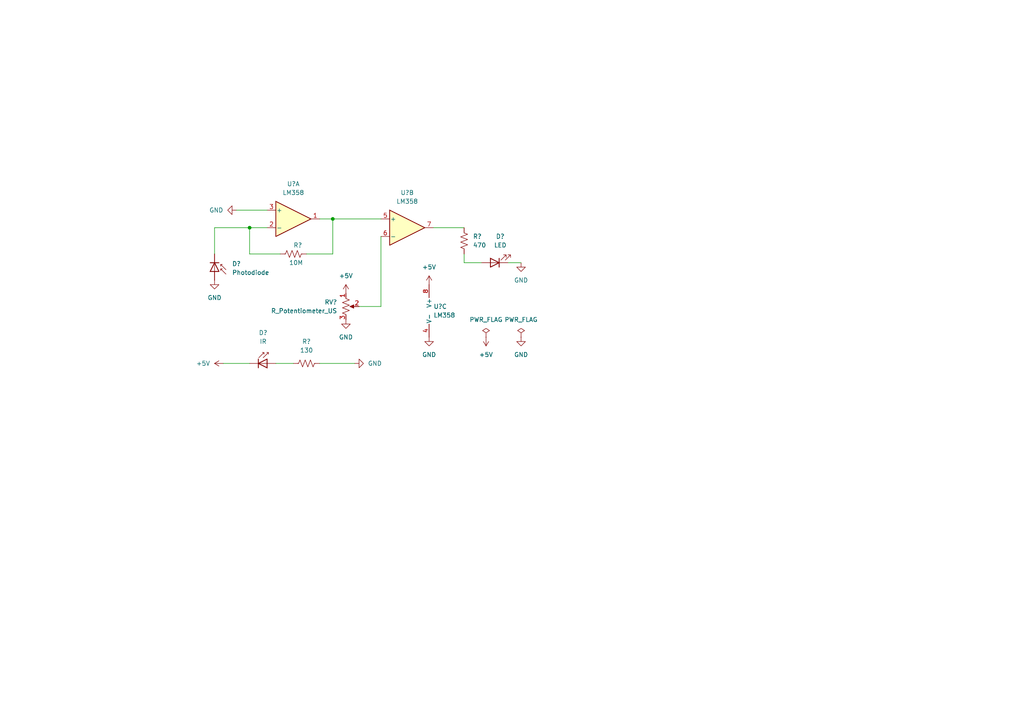
<source format=kicad_sch>
(kicad_sch (version 20211123) (generator eeschema)

  (uuid 0201d639-4bb0-47e5-b808-c2248fa2d4af)

  (paper "A4")

  (lib_symbols
    (symbol "Amplifier_Operational:LM358" (pin_names (offset 0.127)) (in_bom yes) (on_board yes)
      (property "Reference" "U" (id 0) (at 0 5.08 0)
        (effects (font (size 1.27 1.27)) (justify left))
      )
      (property "Value" "LM358" (id 1) (at 0 -5.08 0)
        (effects (font (size 1.27 1.27)) (justify left))
      )
      (property "Footprint" "" (id 2) (at 0 0 0)
        (effects (font (size 1.27 1.27)) hide)
      )
      (property "Datasheet" "http://www.ti.com/lit/ds/symlink/lm2904-n.pdf" (id 3) (at 0 0 0)
        (effects (font (size 1.27 1.27)) hide)
      )
      (property "ki_locked" "" (id 4) (at 0 0 0)
        (effects (font (size 1.27 1.27)))
      )
      (property "ki_keywords" "dual opamp" (id 5) (at 0 0 0)
        (effects (font (size 1.27 1.27)) hide)
      )
      (property "ki_description" "Low-Power, Dual Operational Amplifiers, DIP-8/SOIC-8/TO-99-8" (id 6) (at 0 0 0)
        (effects (font (size 1.27 1.27)) hide)
      )
      (property "ki_fp_filters" "SOIC*3.9x4.9mm*P1.27mm* DIP*W7.62mm* TO*99* OnSemi*Micro8* TSSOP*3x3mm*P0.65mm* TSSOP*4.4x3mm*P0.65mm* MSOP*3x3mm*P0.65mm* SSOP*3.9x4.9mm*P0.635mm* LFCSP*2x2mm*P0.5mm* *SIP* SOIC*5.3x6.2mm*P1.27mm*" (id 7) (at 0 0 0)
        (effects (font (size 1.27 1.27)) hide)
      )
      (symbol "LM358_1_1"
        (polyline
          (pts
            (xy -5.08 5.08)
            (xy 5.08 0)
            (xy -5.08 -5.08)
            (xy -5.08 5.08)
          )
          (stroke (width 0.254) (type default) (color 0 0 0 0))
          (fill (type background))
        )
        (pin output line (at 7.62 0 180) (length 2.54)
          (name "~" (effects (font (size 1.27 1.27))))
          (number "1" (effects (font (size 1.27 1.27))))
        )
        (pin input line (at -7.62 -2.54 0) (length 2.54)
          (name "-" (effects (font (size 1.27 1.27))))
          (number "2" (effects (font (size 1.27 1.27))))
        )
        (pin input line (at -7.62 2.54 0) (length 2.54)
          (name "+" (effects (font (size 1.27 1.27))))
          (number "3" (effects (font (size 1.27 1.27))))
        )
      )
      (symbol "LM358_2_1"
        (polyline
          (pts
            (xy -5.08 5.08)
            (xy 5.08 0)
            (xy -5.08 -5.08)
            (xy -5.08 5.08)
          )
          (stroke (width 0.254) (type default) (color 0 0 0 0))
          (fill (type background))
        )
        (pin input line (at -7.62 2.54 0) (length 2.54)
          (name "+" (effects (font (size 1.27 1.27))))
          (number "5" (effects (font (size 1.27 1.27))))
        )
        (pin input line (at -7.62 -2.54 0) (length 2.54)
          (name "-" (effects (font (size 1.27 1.27))))
          (number "6" (effects (font (size 1.27 1.27))))
        )
        (pin output line (at 7.62 0 180) (length 2.54)
          (name "~" (effects (font (size 1.27 1.27))))
          (number "7" (effects (font (size 1.27 1.27))))
        )
      )
      (symbol "LM358_3_1"
        (pin power_in line (at -2.54 -7.62 90) (length 3.81)
          (name "V-" (effects (font (size 1.27 1.27))))
          (number "4" (effects (font (size 1.27 1.27))))
        )
        (pin power_in line (at -2.54 7.62 270) (length 3.81)
          (name "V+" (effects (font (size 1.27 1.27))))
          (number "8" (effects (font (size 1.27 1.27))))
        )
      )
    )
    (symbol "Device:D_Photo" (pin_numbers hide) (pin_names hide) (in_bom yes) (on_board yes)
      (property "Reference" "D" (id 0) (at 0.508 1.778 0)
        (effects (font (size 1.27 1.27)) (justify left))
      )
      (property "Value" "D_Photo" (id 1) (at -1.016 -2.794 0)
        (effects (font (size 1.27 1.27)))
      )
      (property "Footprint" "" (id 2) (at -1.27 0 0)
        (effects (font (size 1.27 1.27)) hide)
      )
      (property "Datasheet" "~" (id 3) (at -1.27 0 0)
        (effects (font (size 1.27 1.27)) hide)
      )
      (property "ki_keywords" "photodiode diode opto" (id 4) (at 0 0 0)
        (effects (font (size 1.27 1.27)) hide)
      )
      (property "ki_description" "Photodiode" (id 5) (at 0 0 0)
        (effects (font (size 1.27 1.27)) hide)
      )
      (symbol "D_Photo_0_1"
        (polyline
          (pts
            (xy -2.54 1.27)
            (xy -2.54 -1.27)
          )
          (stroke (width 0.254) (type default) (color 0 0 0 0))
          (fill (type none))
        )
        (polyline
          (pts
            (xy -2.032 1.778)
            (xy -1.524 1.778)
          )
          (stroke (width 0) (type default) (color 0 0 0 0))
          (fill (type none))
        )
        (polyline
          (pts
            (xy 0 0)
            (xy -2.54 0)
          )
          (stroke (width 0) (type default) (color 0 0 0 0))
          (fill (type none))
        )
        (polyline
          (pts
            (xy -0.508 3.302)
            (xy -2.032 1.778)
            (xy -2.032 2.286)
          )
          (stroke (width 0) (type default) (color 0 0 0 0))
          (fill (type none))
        )
        (polyline
          (pts
            (xy 0 -1.27)
            (xy 0 1.27)
            (xy -2.54 0)
            (xy 0 -1.27)
          )
          (stroke (width 0.254) (type default) (color 0 0 0 0))
          (fill (type none))
        )
        (polyline
          (pts
            (xy 0.762 3.302)
            (xy -0.762 1.778)
            (xy -0.762 2.286)
            (xy -0.762 1.778)
            (xy -0.254 1.778)
          )
          (stroke (width 0) (type default) (color 0 0 0 0))
          (fill (type none))
        )
      )
      (symbol "D_Photo_1_1"
        (pin passive line (at -5.08 0 0) (length 2.54)
          (name "K" (effects (font (size 1.27 1.27))))
          (number "1" (effects (font (size 1.27 1.27))))
        )
        (pin passive line (at 2.54 0 180) (length 2.54)
          (name "A" (effects (font (size 1.27 1.27))))
          (number "2" (effects (font (size 1.27 1.27))))
        )
      )
    )
    (symbol "Device:LED" (pin_numbers hide) (pin_names (offset 1.016) hide) (in_bom yes) (on_board yes)
      (property "Reference" "D" (id 0) (at 0 2.54 0)
        (effects (font (size 1.27 1.27)))
      )
      (property "Value" "LED" (id 1) (at 0 -2.54 0)
        (effects (font (size 1.27 1.27)))
      )
      (property "Footprint" "" (id 2) (at 0 0 0)
        (effects (font (size 1.27 1.27)) hide)
      )
      (property "Datasheet" "~" (id 3) (at 0 0 0)
        (effects (font (size 1.27 1.27)) hide)
      )
      (property "ki_keywords" "LED diode" (id 4) (at 0 0 0)
        (effects (font (size 1.27 1.27)) hide)
      )
      (property "ki_description" "Light emitting diode" (id 5) (at 0 0 0)
        (effects (font (size 1.27 1.27)) hide)
      )
      (property "ki_fp_filters" "LED* LED_SMD:* LED_THT:*" (id 6) (at 0 0 0)
        (effects (font (size 1.27 1.27)) hide)
      )
      (symbol "LED_0_1"
        (polyline
          (pts
            (xy -1.27 -1.27)
            (xy -1.27 1.27)
          )
          (stroke (width 0.254) (type default) (color 0 0 0 0))
          (fill (type none))
        )
        (polyline
          (pts
            (xy -1.27 0)
            (xy 1.27 0)
          )
          (stroke (width 0) (type default) (color 0 0 0 0))
          (fill (type none))
        )
        (polyline
          (pts
            (xy 1.27 -1.27)
            (xy 1.27 1.27)
            (xy -1.27 0)
            (xy 1.27 -1.27)
          )
          (stroke (width 0.254) (type default) (color 0 0 0 0))
          (fill (type none))
        )
        (polyline
          (pts
            (xy -3.048 -0.762)
            (xy -4.572 -2.286)
            (xy -3.81 -2.286)
            (xy -4.572 -2.286)
            (xy -4.572 -1.524)
          )
          (stroke (width 0) (type default) (color 0 0 0 0))
          (fill (type none))
        )
        (polyline
          (pts
            (xy -1.778 -0.762)
            (xy -3.302 -2.286)
            (xy -2.54 -2.286)
            (xy -3.302 -2.286)
            (xy -3.302 -1.524)
          )
          (stroke (width 0) (type default) (color 0 0 0 0))
          (fill (type none))
        )
      )
      (symbol "LED_1_1"
        (pin passive line (at -3.81 0 0) (length 2.54)
          (name "K" (effects (font (size 1.27 1.27))))
          (number "1" (effects (font (size 1.27 1.27))))
        )
        (pin passive line (at 3.81 0 180) (length 2.54)
          (name "A" (effects (font (size 1.27 1.27))))
          (number "2" (effects (font (size 1.27 1.27))))
        )
      )
    )
    (symbol "Device:R_Potentiometer_US" (pin_names (offset 1.016) hide) (in_bom yes) (on_board yes)
      (property "Reference" "RV" (id 0) (at -4.445 0 90)
        (effects (font (size 1.27 1.27)))
      )
      (property "Value" "R_Potentiometer_US" (id 1) (at -2.54 0 90)
        (effects (font (size 1.27 1.27)))
      )
      (property "Footprint" "" (id 2) (at 0 0 0)
        (effects (font (size 1.27 1.27)) hide)
      )
      (property "Datasheet" "~" (id 3) (at 0 0 0)
        (effects (font (size 1.27 1.27)) hide)
      )
      (property "ki_keywords" "resistor variable" (id 4) (at 0 0 0)
        (effects (font (size 1.27 1.27)) hide)
      )
      (property "ki_description" "Potentiometer, US symbol" (id 5) (at 0 0 0)
        (effects (font (size 1.27 1.27)) hide)
      )
      (property "ki_fp_filters" "Potentiometer*" (id 6) (at 0 0 0)
        (effects (font (size 1.27 1.27)) hide)
      )
      (symbol "R_Potentiometer_US_0_1"
        (polyline
          (pts
            (xy 0 -2.286)
            (xy 0 -2.54)
          )
          (stroke (width 0) (type default) (color 0 0 0 0))
          (fill (type none))
        )
        (polyline
          (pts
            (xy 0 2.54)
            (xy 0 2.286)
          )
          (stroke (width 0) (type default) (color 0 0 0 0))
          (fill (type none))
        )
        (polyline
          (pts
            (xy 2.54 0)
            (xy 1.524 0)
          )
          (stroke (width 0) (type default) (color 0 0 0 0))
          (fill (type none))
        )
        (polyline
          (pts
            (xy 1.143 0)
            (xy 2.286 0.508)
            (xy 2.286 -0.508)
            (xy 1.143 0)
          )
          (stroke (width 0) (type default) (color 0 0 0 0))
          (fill (type outline))
        )
        (polyline
          (pts
            (xy 0 -0.762)
            (xy 1.016 -1.143)
            (xy 0 -1.524)
            (xy -1.016 -1.905)
            (xy 0 -2.286)
          )
          (stroke (width 0) (type default) (color 0 0 0 0))
          (fill (type none))
        )
        (polyline
          (pts
            (xy 0 0.762)
            (xy 1.016 0.381)
            (xy 0 0)
            (xy -1.016 -0.381)
            (xy 0 -0.762)
          )
          (stroke (width 0) (type default) (color 0 0 0 0))
          (fill (type none))
        )
        (polyline
          (pts
            (xy 0 2.286)
            (xy 1.016 1.905)
            (xy 0 1.524)
            (xy -1.016 1.143)
            (xy 0 0.762)
          )
          (stroke (width 0) (type default) (color 0 0 0 0))
          (fill (type none))
        )
      )
      (symbol "R_Potentiometer_US_1_1"
        (pin passive line (at 0 3.81 270) (length 1.27)
          (name "1" (effects (font (size 1.27 1.27))))
          (number "1" (effects (font (size 1.27 1.27))))
        )
        (pin passive line (at 3.81 0 180) (length 1.27)
          (name "2" (effects (font (size 1.27 1.27))))
          (number "2" (effects (font (size 1.27 1.27))))
        )
        (pin passive line (at 0 -3.81 90) (length 1.27)
          (name "3" (effects (font (size 1.27 1.27))))
          (number "3" (effects (font (size 1.27 1.27))))
        )
      )
    )
    (symbol "Device:R_US" (pin_numbers hide) (pin_names (offset 0)) (in_bom yes) (on_board yes)
      (property "Reference" "R" (id 0) (at 2.54 0 90)
        (effects (font (size 1.27 1.27)))
      )
      (property "Value" "R_US" (id 1) (at -2.54 0 90)
        (effects (font (size 1.27 1.27)))
      )
      (property "Footprint" "" (id 2) (at 1.016 -0.254 90)
        (effects (font (size 1.27 1.27)) hide)
      )
      (property "Datasheet" "~" (id 3) (at 0 0 0)
        (effects (font (size 1.27 1.27)) hide)
      )
      (property "ki_keywords" "R res resistor" (id 4) (at 0 0 0)
        (effects (font (size 1.27 1.27)) hide)
      )
      (property "ki_description" "Resistor, US symbol" (id 5) (at 0 0 0)
        (effects (font (size 1.27 1.27)) hide)
      )
      (property "ki_fp_filters" "R_*" (id 6) (at 0 0 0)
        (effects (font (size 1.27 1.27)) hide)
      )
      (symbol "R_US_0_1"
        (polyline
          (pts
            (xy 0 -2.286)
            (xy 0 -2.54)
          )
          (stroke (width 0) (type default) (color 0 0 0 0))
          (fill (type none))
        )
        (polyline
          (pts
            (xy 0 2.286)
            (xy 0 2.54)
          )
          (stroke (width 0) (type default) (color 0 0 0 0))
          (fill (type none))
        )
        (polyline
          (pts
            (xy 0 -0.762)
            (xy 1.016 -1.143)
            (xy 0 -1.524)
            (xy -1.016 -1.905)
            (xy 0 -2.286)
          )
          (stroke (width 0) (type default) (color 0 0 0 0))
          (fill (type none))
        )
        (polyline
          (pts
            (xy 0 0.762)
            (xy 1.016 0.381)
            (xy 0 0)
            (xy -1.016 -0.381)
            (xy 0 -0.762)
          )
          (stroke (width 0) (type default) (color 0 0 0 0))
          (fill (type none))
        )
        (polyline
          (pts
            (xy 0 2.286)
            (xy 1.016 1.905)
            (xy 0 1.524)
            (xy -1.016 1.143)
            (xy 0 0.762)
          )
          (stroke (width 0) (type default) (color 0 0 0 0))
          (fill (type none))
        )
      )
      (symbol "R_US_1_1"
        (pin passive line (at 0 3.81 270) (length 1.27)
          (name "~" (effects (font (size 1.27 1.27))))
          (number "1" (effects (font (size 1.27 1.27))))
        )
        (pin passive line (at 0 -3.81 90) (length 1.27)
          (name "~" (effects (font (size 1.27 1.27))))
          (number "2" (effects (font (size 1.27 1.27))))
        )
      )
    )
    (symbol "LED:IRL81A" (pin_numbers hide) (pin_names (offset 1.016) hide) (in_bom yes) (on_board yes)
      (property "Reference" "D" (id 0) (at 0.508 1.778 0)
        (effects (font (size 1.27 1.27)) (justify left))
      )
      (property "Value" "IRL81A" (id 1) (at -1.016 -2.794 0)
        (effects (font (size 1.27 1.27)))
      )
      (property "Footprint" "LED_THT:LED_SideEmitter_Rectangular_W4.5mm_H1.6mm" (id 2) (at 0 4.445 0)
        (effects (font (size 1.27 1.27)) hide)
      )
      (property "Datasheet" "http://www.osram-os.com/Graphics/XPic0/00203825_0.pdf" (id 3) (at -1.27 0 0)
        (effects (font (size 1.27 1.27)) hide)
      )
      (property "ki_keywords" "IR LED" (id 4) (at 0 0 0)
        (effects (font (size 1.27 1.27)) hide)
      )
      (property "ki_description" "850nm High Power Infrared Emitter, Side-Emitter package" (id 5) (at 0 0 0)
        (effects (font (size 1.27 1.27)) hide)
      )
      (property "ki_fp_filters" "LED*SideEmitter*Rectangular*W4.5mm*H1.6mm*" (id 6) (at 0 0 0)
        (effects (font (size 1.27 1.27)) hide)
      )
      (symbol "IRL81A_0_1"
        (polyline
          (pts
            (xy -2.54 0)
            (xy 0 0)
          )
          (stroke (width 0) (type default) (color 0 0 0 0))
          (fill (type none))
        )
        (polyline
          (pts
            (xy -2.54 1.27)
            (xy -2.54 -1.27)
          )
          (stroke (width 0.254) (type default) (color 0 0 0 0))
          (fill (type none))
        )
        (polyline
          (pts
            (xy 0.381 3.175)
            (xy -0.127 3.175)
          )
          (stroke (width 0) (type default) (color 0 0 0 0))
          (fill (type none))
        )
        (polyline
          (pts
            (xy -1.143 1.651)
            (xy 0.381 3.175)
            (xy 0.381 2.667)
          )
          (stroke (width 0) (type default) (color 0 0 0 0))
          (fill (type none))
        )
        (polyline
          (pts
            (xy 0 -1.27)
            (xy 0 1.27)
            (xy -2.54 0)
            (xy 0 -1.27)
          )
          (stroke (width 0.254) (type default) (color 0 0 0 0))
          (fill (type none))
        )
        (polyline
          (pts
            (xy -2.413 1.651)
            (xy -0.889 3.175)
            (xy -0.889 2.667)
            (xy -0.889 3.175)
            (xy -1.397 3.175)
          )
          (stroke (width 0) (type default) (color 0 0 0 0))
          (fill (type none))
        )
      )
      (symbol "IRL81A_1_1"
        (pin passive line (at -5.08 0 0) (length 2.54)
          (name "K" (effects (font (size 1.27 1.27))))
          (number "1" (effects (font (size 1.27 1.27))))
        )
        (pin passive line (at 2.54 0 180) (length 2.54)
          (name "A" (effects (font (size 1.27 1.27))))
          (number "2" (effects (font (size 1.27 1.27))))
        )
      )
    )
    (symbol "power:+5V" (power) (pin_names (offset 0)) (in_bom yes) (on_board yes)
      (property "Reference" "#PWR" (id 0) (at 0 -3.81 0)
        (effects (font (size 1.27 1.27)) hide)
      )
      (property "Value" "+5V" (id 1) (at 0 3.556 0)
        (effects (font (size 1.27 1.27)))
      )
      (property "Footprint" "" (id 2) (at 0 0 0)
        (effects (font (size 1.27 1.27)) hide)
      )
      (property "Datasheet" "" (id 3) (at 0 0 0)
        (effects (font (size 1.27 1.27)) hide)
      )
      (property "ki_keywords" "power-flag" (id 4) (at 0 0 0)
        (effects (font (size 1.27 1.27)) hide)
      )
      (property "ki_description" "Power symbol creates a global label with name \"+5V\"" (id 5) (at 0 0 0)
        (effects (font (size 1.27 1.27)) hide)
      )
      (symbol "+5V_0_1"
        (polyline
          (pts
            (xy -0.762 1.27)
            (xy 0 2.54)
          )
          (stroke (width 0) (type default) (color 0 0 0 0))
          (fill (type none))
        )
        (polyline
          (pts
            (xy 0 0)
            (xy 0 2.54)
          )
          (stroke (width 0) (type default) (color 0 0 0 0))
          (fill (type none))
        )
        (polyline
          (pts
            (xy 0 2.54)
            (xy 0.762 1.27)
          )
          (stroke (width 0) (type default) (color 0 0 0 0))
          (fill (type none))
        )
      )
      (symbol "+5V_1_1"
        (pin power_in line (at 0 0 90) (length 0) hide
          (name "+5V" (effects (font (size 1.27 1.27))))
          (number "1" (effects (font (size 1.27 1.27))))
        )
      )
    )
    (symbol "power:GND" (power) (pin_names (offset 0)) (in_bom yes) (on_board yes)
      (property "Reference" "#PWR" (id 0) (at 0 -6.35 0)
        (effects (font (size 1.27 1.27)) hide)
      )
      (property "Value" "GND" (id 1) (at 0 -3.81 0)
        (effects (font (size 1.27 1.27)))
      )
      (property "Footprint" "" (id 2) (at 0 0 0)
        (effects (font (size 1.27 1.27)) hide)
      )
      (property "Datasheet" "" (id 3) (at 0 0 0)
        (effects (font (size 1.27 1.27)) hide)
      )
      (property "ki_keywords" "power-flag" (id 4) (at 0 0 0)
        (effects (font (size 1.27 1.27)) hide)
      )
      (property "ki_description" "Power symbol creates a global label with name \"GND\" , ground" (id 5) (at 0 0 0)
        (effects (font (size 1.27 1.27)) hide)
      )
      (symbol "GND_0_1"
        (polyline
          (pts
            (xy 0 0)
            (xy 0 -1.27)
            (xy 1.27 -1.27)
            (xy 0 -2.54)
            (xy -1.27 -1.27)
            (xy 0 -1.27)
          )
          (stroke (width 0) (type default) (color 0 0 0 0))
          (fill (type none))
        )
      )
      (symbol "GND_1_1"
        (pin power_in line (at 0 0 270) (length 0) hide
          (name "GND" (effects (font (size 1.27 1.27))))
          (number "1" (effects (font (size 1.27 1.27))))
        )
      )
    )
    (symbol "power:PWR_FLAG" (power) (pin_numbers hide) (pin_names (offset 0) hide) (in_bom yes) (on_board yes)
      (property "Reference" "#FLG" (id 0) (at 0 1.905 0)
        (effects (font (size 1.27 1.27)) hide)
      )
      (property "Value" "PWR_FLAG" (id 1) (at 0 3.81 0)
        (effects (font (size 1.27 1.27)))
      )
      (property "Footprint" "" (id 2) (at 0 0 0)
        (effects (font (size 1.27 1.27)) hide)
      )
      (property "Datasheet" "~" (id 3) (at 0 0 0)
        (effects (font (size 1.27 1.27)) hide)
      )
      (property "ki_keywords" "power-flag" (id 4) (at 0 0 0)
        (effects (font (size 1.27 1.27)) hide)
      )
      (property "ki_description" "Special symbol for telling ERC where power comes from" (id 5) (at 0 0 0)
        (effects (font (size 1.27 1.27)) hide)
      )
      (symbol "PWR_FLAG_0_0"
        (pin power_out line (at 0 0 90) (length 0)
          (name "pwr" (effects (font (size 1.27 1.27))))
          (number "1" (effects (font (size 1.27 1.27))))
        )
      )
      (symbol "PWR_FLAG_0_1"
        (polyline
          (pts
            (xy 0 0)
            (xy 0 1.27)
            (xy -1.016 1.905)
            (xy 0 2.54)
            (xy 1.016 1.905)
            (xy 0 1.27)
          )
          (stroke (width 0) (type default) (color 0 0 0 0))
          (fill (type none))
        )
      )
    )
  )

  (junction (at 96.52 63.5) (diameter 0) (color 0 0 0 0)
    (uuid 1331fded-21a1-4b66-827d-2977337a9789)
  )
  (junction (at 72.39 66.04) (diameter 0) (color 0 0 0 0)
    (uuid f6e295c1-c9a0-47cb-bb55-d7aacc69bc0f)
  )

  (wire (pts (xy 125.73 66.04) (xy 134.62 66.04))
    (stroke (width 0) (type default) (color 0 0 0 0))
    (uuid 05ddb030-6003-4ea4-9a60-36b4316ac7e1)
  )
  (wire (pts (xy 62.23 66.04) (xy 62.23 73.66))
    (stroke (width 0) (type default) (color 0 0 0 0))
    (uuid 2f7e2b31-0b2d-49df-b076-ffb01fa245ec)
  )
  (wire (pts (xy 72.39 66.04) (xy 62.23 66.04))
    (stroke (width 0) (type default) (color 0 0 0 0))
    (uuid 5b95d199-29c2-46a5-98f4-788dfcc4640d)
  )
  (wire (pts (xy 80.01 105.41) (xy 85.09 105.41))
    (stroke (width 0) (type default) (color 0 0 0 0))
    (uuid 68561876-eb50-4693-a142-e38771cb6636)
  )
  (wire (pts (xy 110.49 68.58) (xy 110.49 88.9))
    (stroke (width 0) (type default) (color 0 0 0 0))
    (uuid 78aea969-34cf-4b95-8a80-f490fc864917)
  )
  (wire (pts (xy 96.52 73.66) (xy 96.52 63.5))
    (stroke (width 0) (type default) (color 0 0 0 0))
    (uuid 78b294a9-c6b1-4523-bdf0-e36f47a07748)
  )
  (wire (pts (xy 77.47 66.04) (xy 72.39 66.04))
    (stroke (width 0) (type default) (color 0 0 0 0))
    (uuid 7e11b56f-69fd-40a2-9b29-ff1103a0ef59)
  )
  (wire (pts (xy 72.39 73.66) (xy 81.28 73.66))
    (stroke (width 0) (type default) (color 0 0 0 0))
    (uuid 87b64d19-3af1-4487-93c2-5e7db10df0c1)
  )
  (wire (pts (xy 104.14 88.9) (xy 110.49 88.9))
    (stroke (width 0) (type default) (color 0 0 0 0))
    (uuid 89bf132e-01c4-4df0-84a8-15d32ec028ca)
  )
  (wire (pts (xy 134.62 76.2) (xy 139.7 76.2))
    (stroke (width 0) (type default) (color 0 0 0 0))
    (uuid 8dcc4d3b-4e0f-4846-9907-fa90612fa7d5)
  )
  (wire (pts (xy 72.39 66.04) (xy 72.39 73.66))
    (stroke (width 0) (type default) (color 0 0 0 0))
    (uuid a1e2e5e2-def3-428d-bdfa-6624cfbc261e)
  )
  (wire (pts (xy 88.9 73.66) (xy 96.52 73.66))
    (stroke (width 0) (type default) (color 0 0 0 0))
    (uuid bb11f8d8-e021-451c-8c18-ebd41995e53b)
  )
  (wire (pts (xy 92.71 105.41) (xy 102.87 105.41))
    (stroke (width 0) (type default) (color 0 0 0 0))
    (uuid c851fcef-be8a-4a70-b1f8-9462063d37b7)
  )
  (wire (pts (xy 96.52 63.5) (xy 110.49 63.5))
    (stroke (width 0) (type default) (color 0 0 0 0))
    (uuid caddc389-0337-4a6b-94ea-d0d0a6ef1e98)
  )
  (wire (pts (xy 147.32 76.2) (xy 151.13 76.2))
    (stroke (width 0) (type default) (color 0 0 0 0))
    (uuid db1b6f3f-fee4-403d-89bf-efe8b370a3a6)
  )
  (wire (pts (xy 134.62 73.66) (xy 134.62 76.2))
    (stroke (width 0) (type default) (color 0 0 0 0))
    (uuid e118125d-c972-44fb-867d-053f3363913c)
  )
  (wire (pts (xy 92.71 63.5) (xy 96.52 63.5))
    (stroke (width 0) (type default) (color 0 0 0 0))
    (uuid e8f1c1ce-6585-4e13-8c89-9d446384a5b7)
  )
  (wire (pts (xy 68.58 60.96) (xy 77.47 60.96))
    (stroke (width 0) (type default) (color 0 0 0 0))
    (uuid f1cd21ca-750f-44cb-b5f0-c6e31ad30650)
  )
  (wire (pts (xy 64.77 105.41) (xy 72.39 105.41))
    (stroke (width 0) (type default) (color 0 0 0 0))
    (uuid f2f6d125-9f3c-4688-bdc2-be089b7d9189)
  )

  (symbol (lib_id "Device:LED") (at 143.51 76.2 180) (unit 1)
    (in_bom yes) (on_board yes) (fields_autoplaced)
    (uuid 01b33d76-7cfc-4c0a-83ea-0d58c4f18b5e)
    (property "Reference" "D?" (id 0) (at 145.0975 68.58 0))
    (property "Value" "LED" (id 1) (at 145.0975 71.12 0))
    (property "Footprint" "" (id 2) (at 143.51 76.2 0)
      (effects (font (size 1.27 1.27)) hide)
    )
    (property "Datasheet" "~" (id 3) (at 143.51 76.2 0)
      (effects (font (size 1.27 1.27)) hide)
    )
    (pin "1" (uuid 27b5b43a-fbb4-4aec-b21b-1f3a04a95e74))
    (pin "2" (uuid 209ab268-ad96-4f4e-aa2c-f238d455af65))
  )

  (symbol (lib_id "power:GND") (at 68.58 60.96 270) (unit 1)
    (in_bom yes) (on_board yes) (fields_autoplaced)
    (uuid 16d0f325-9e41-4645-a5e2-0848f32d1280)
    (property "Reference" "#PWR?" (id 0) (at 62.23 60.96 0)
      (effects (font (size 1.27 1.27)) hide)
    )
    (property "Value" "GND" (id 1) (at 64.77 60.9599 90)
      (effects (font (size 1.27 1.27)) (justify right))
    )
    (property "Footprint" "" (id 2) (at 68.58 60.96 0)
      (effects (font (size 1.27 1.27)) hide)
    )
    (property "Datasheet" "" (id 3) (at 68.58 60.96 0)
      (effects (font (size 1.27 1.27)) hide)
    )
    (pin "1" (uuid b409cef7-5711-47e8-aef1-af3d9c4ca4a2))
  )

  (symbol (lib_id "power:+5V") (at 124.46 82.55 0) (unit 1)
    (in_bom yes) (on_board yes) (fields_autoplaced)
    (uuid 1b248643-fbb0-4d3c-a6cb-4bbafd892fc7)
    (property "Reference" "#PWR?" (id 0) (at 124.46 86.36 0)
      (effects (font (size 1.27 1.27)) hide)
    )
    (property "Value" "+5V" (id 1) (at 124.46 77.47 0))
    (property "Footprint" "" (id 2) (at 124.46 82.55 0)
      (effects (font (size 1.27 1.27)) hide)
    )
    (property "Datasheet" "" (id 3) (at 124.46 82.55 0)
      (effects (font (size 1.27 1.27)) hide)
    )
    (pin "1" (uuid 84ab11d7-1a38-46b1-8d6f-4b2327f088d4))
  )

  (symbol (lib_id "power:GND") (at 102.87 105.41 90) (unit 1)
    (in_bom yes) (on_board yes) (fields_autoplaced)
    (uuid 33707527-6e91-4da5-a9ff-5b4e77746caa)
    (property "Reference" "#PWR?" (id 0) (at 109.22 105.41 0)
      (effects (font (size 1.27 1.27)) hide)
    )
    (property "Value" "GND" (id 1) (at 106.68 105.4099 90)
      (effects (font (size 1.27 1.27)) (justify right))
    )
    (property "Footprint" "" (id 2) (at 102.87 105.41 0)
      (effects (font (size 1.27 1.27)) hide)
    )
    (property "Datasheet" "" (id 3) (at 102.87 105.41 0)
      (effects (font (size 1.27 1.27)) hide)
    )
    (pin "1" (uuid db1d9fab-79e6-4963-a291-67247d2a9b43))
  )

  (symbol (lib_id "power:GND") (at 151.13 76.2 0) (unit 1)
    (in_bom yes) (on_board yes) (fields_autoplaced)
    (uuid 3743bb3c-7e2b-418b-bd73-0e0cf13f733f)
    (property "Reference" "#PWR?" (id 0) (at 151.13 82.55 0)
      (effects (font (size 1.27 1.27)) hide)
    )
    (property "Value" "GND" (id 1) (at 151.13 81.28 0))
    (property "Footprint" "" (id 2) (at 151.13 76.2 0)
      (effects (font (size 1.27 1.27)) hide)
    )
    (property "Datasheet" "" (id 3) (at 151.13 76.2 0)
      (effects (font (size 1.27 1.27)) hide)
    )
    (pin "1" (uuid 9c257a8a-ba2f-4cbe-a5b7-40175d2e244d))
  )

  (symbol (lib_id "power:GND") (at 62.23 81.28 0) (unit 1)
    (in_bom yes) (on_board yes) (fields_autoplaced)
    (uuid 48661bb3-c9c0-47f6-8d46-81767fc3950c)
    (property "Reference" "#PWR?" (id 0) (at 62.23 87.63 0)
      (effects (font (size 1.27 1.27)) hide)
    )
    (property "Value" "GND" (id 1) (at 62.23 86.36 0))
    (property "Footprint" "" (id 2) (at 62.23 81.28 0)
      (effects (font (size 1.27 1.27)) hide)
    )
    (property "Datasheet" "" (id 3) (at 62.23 81.28 0)
      (effects (font (size 1.27 1.27)) hide)
    )
    (pin "1" (uuid 2ccbace3-72b7-48f5-a6af-3f2ac230b61f))
  )

  (symbol (lib_id "power:PWR_FLAG") (at 151.13 97.79 0) (unit 1)
    (in_bom yes) (on_board yes) (fields_autoplaced)
    (uuid 56cc94a8-4cd5-4cc1-8365-463dd0fd908f)
    (property "Reference" "#FLG?" (id 0) (at 151.13 95.885 0)
      (effects (font (size 1.27 1.27)) hide)
    )
    (property "Value" "PWR_FLAG" (id 1) (at 151.13 92.71 0))
    (property "Footprint" "" (id 2) (at 151.13 97.79 0)
      (effects (font (size 1.27 1.27)) hide)
    )
    (property "Datasheet" "~" (id 3) (at 151.13 97.79 0)
      (effects (font (size 1.27 1.27)) hide)
    )
    (pin "1" (uuid 445143a0-5bae-4e61-a246-38ec3c1dd49b))
  )

  (symbol (lib_id "power:GND") (at 100.33 92.71 0) (unit 1)
    (in_bom yes) (on_board yes) (fields_autoplaced)
    (uuid 5fb9294e-de2b-446d-b751-97f3ca3e6196)
    (property "Reference" "#PWR?" (id 0) (at 100.33 99.06 0)
      (effects (font (size 1.27 1.27)) hide)
    )
    (property "Value" "GND" (id 1) (at 100.33 97.79 0))
    (property "Footprint" "" (id 2) (at 100.33 92.71 0)
      (effects (font (size 1.27 1.27)) hide)
    )
    (property "Datasheet" "" (id 3) (at 100.33 92.71 0)
      (effects (font (size 1.27 1.27)) hide)
    )
    (pin "1" (uuid 78c28832-2df6-40d4-a4d5-0cd9b0d39ffc))
  )

  (symbol (lib_id "Amplifier_Operational:LM358") (at 127 90.17 0) (unit 3)
    (in_bom yes) (on_board yes) (fields_autoplaced)
    (uuid 6153ed75-16ca-48c2-aa35-df37590f59c4)
    (property "Reference" "U?" (id 0) (at 125.73 88.8999 0)
      (effects (font (size 1.27 1.27)) (justify left))
    )
    (property "Value" "LM358" (id 1) (at 125.73 91.4399 0)
      (effects (font (size 1.27 1.27)) (justify left))
    )
    (property "Footprint" "" (id 2) (at 127 90.17 0)
      (effects (font (size 1.27 1.27)) hide)
    )
    (property "Datasheet" "http://www.ti.com/lit/ds/symlink/lm2904-n.pdf" (id 3) (at 127 90.17 0)
      (effects (font (size 1.27 1.27)) hide)
    )
    (pin "1" (uuid 8cc0a648-72c5-4c24-b82f-58be11985bf9))
    (pin "2" (uuid 137f443f-c83e-4aea-a2f4-120caa296264))
    (pin "3" (uuid 4433c079-5355-4fb7-bbe2-d0a61b97645a))
    (pin "5" (uuid 04edc17a-3a74-49d7-9657-f9f9581dc2a1))
    (pin "6" (uuid 60b6ecbb-4967-4cc1-a39d-4d642c931310))
    (pin "7" (uuid 8140089b-b104-41a9-a22a-2e07ca16334c))
    (pin "4" (uuid 550f5a3d-f8e1-442d-86af-56aa8a1deab6))
    (pin "8" (uuid 3f41d99e-d415-4abf-98dd-20da6c796751))
  )

  (symbol (lib_id "power:GND") (at 124.46 97.79 0) (unit 1)
    (in_bom yes) (on_board yes) (fields_autoplaced)
    (uuid 70a70c49-6039-421b-a01b-61ab2b4a2028)
    (property "Reference" "#PWR?" (id 0) (at 124.46 104.14 0)
      (effects (font (size 1.27 1.27)) hide)
    )
    (property "Value" "GND" (id 1) (at 124.46 102.87 0))
    (property "Footprint" "" (id 2) (at 124.46 97.79 0)
      (effects (font (size 1.27 1.27)) hide)
    )
    (property "Datasheet" "" (id 3) (at 124.46 97.79 0)
      (effects (font (size 1.27 1.27)) hide)
    )
    (pin "1" (uuid 933a5184-dccc-46dd-8a8e-31260fe0cebd))
  )

  (symbol (lib_id "Device:R_Potentiometer_US") (at 100.33 88.9 0) (unit 1)
    (in_bom yes) (on_board yes) (fields_autoplaced)
    (uuid 77f84eec-fdfa-49bc-82ce-dc73bdd72f39)
    (property "Reference" "RV?" (id 0) (at 97.79 87.6299 0)
      (effects (font (size 1.27 1.27)) (justify right))
    )
    (property "Value" "R_Potentiometer_US" (id 1) (at 97.79 90.1699 0)
      (effects (font (size 1.27 1.27)) (justify right))
    )
    (property "Footprint" "" (id 2) (at 100.33 88.9 0)
      (effects (font (size 1.27 1.27)) hide)
    )
    (property "Datasheet" "~" (id 3) (at 100.33 88.9 0)
      (effects (font (size 1.27 1.27)) hide)
    )
    (pin "1" (uuid ce58c6ea-cb6a-4466-bd71-b9efbf3ee820))
    (pin "2" (uuid fefe3437-7113-4d4e-b3c2-3ca7a3df62b6))
    (pin "3" (uuid ef9d8d25-ec48-41c5-b42c-b3c3109ed0b2))
  )

  (symbol (lib_id "power:GND") (at 151.13 97.79 0) (unit 1)
    (in_bom yes) (on_board yes) (fields_autoplaced)
    (uuid 7947ba13-7108-4921-bf21-374fbb88b349)
    (property "Reference" "#PWR?" (id 0) (at 151.13 104.14 0)
      (effects (font (size 1.27 1.27)) hide)
    )
    (property "Value" "GND" (id 1) (at 151.13 102.87 0))
    (property "Footprint" "" (id 2) (at 151.13 97.79 0)
      (effects (font (size 1.27 1.27)) hide)
    )
    (property "Datasheet" "" (id 3) (at 151.13 97.79 0)
      (effects (font (size 1.27 1.27)) hide)
    )
    (pin "1" (uuid f42b0305-28b1-4051-8bd3-28f856ce26cf))
  )

  (symbol (lib_id "Device:R_US") (at 134.62 69.85 0) (unit 1)
    (in_bom yes) (on_board yes) (fields_autoplaced)
    (uuid 7cf233c0-ed54-4483-a42c-dce588c6a1c8)
    (property "Reference" "R?" (id 0) (at 137.16 68.5799 0)
      (effects (font (size 1.27 1.27)) (justify left))
    )
    (property "Value" "470" (id 1) (at 137.16 71.1199 0)
      (effects (font (size 1.27 1.27)) (justify left))
    )
    (property "Footprint" "" (id 2) (at 135.636 70.104 90)
      (effects (font (size 1.27 1.27)) hide)
    )
    (property "Datasheet" "~" (id 3) (at 134.62 69.85 0)
      (effects (font (size 1.27 1.27)) hide)
    )
    (pin "1" (uuid fae5e05f-4238-4fda-a388-85d381972c6d))
    (pin "2" (uuid 34c875f9-759b-42bc-921d-cfd1e90ac39f))
  )

  (symbol (lib_id "Device:D_Photo") (at 62.23 78.74 270) (unit 1)
    (in_bom yes) (on_board yes) (fields_autoplaced)
    (uuid 7e3fd9a8-91b4-46e2-b074-7e95fe9c665a)
    (property "Reference" "D?" (id 0) (at 67.31 76.5174 90)
      (effects (font (size 1.27 1.27)) (justify left))
    )
    (property "Value" "Photodiode" (id 1) (at 67.31 79.0574 90)
      (effects (font (size 1.27 1.27)) (justify left))
    )
    (property "Footprint" "" (id 2) (at 62.23 77.47 0)
      (effects (font (size 1.27 1.27)) hide)
    )
    (property "Datasheet" "~" (id 3) (at 62.23 77.47 0)
      (effects (font (size 1.27 1.27)) hide)
    )
    (pin "1" (uuid ed0339c8-885a-41e8-962f-46233c56f72c))
    (pin "2" (uuid 1d0a0982-c251-4fde-8d16-60d7647098e9))
  )

  (symbol (lib_id "power:+5V") (at 64.77 105.41 90) (mirror x) (unit 1)
    (in_bom yes) (on_board yes) (fields_autoplaced)
    (uuid 87210153-d88b-4dca-b60c-49bb05397070)
    (property "Reference" "#PWR?" (id 0) (at 68.58 105.41 0)
      (effects (font (size 1.27 1.27)) hide)
    )
    (property "Value" "+5V" (id 1) (at 60.96 105.4099 90)
      (effects (font (size 1.27 1.27)) (justify left))
    )
    (property "Footprint" "" (id 2) (at 64.77 105.41 0)
      (effects (font (size 1.27 1.27)) hide)
    )
    (property "Datasheet" "" (id 3) (at 64.77 105.41 0)
      (effects (font (size 1.27 1.27)) hide)
    )
    (pin "1" (uuid e73b569b-04de-4488-9175-a8756f5a347e))
  )

  (symbol (lib_id "power:+5V") (at 140.97 97.79 180) (unit 1)
    (in_bom yes) (on_board yes) (fields_autoplaced)
    (uuid 89de83d9-0b07-4906-b5a9-27f506503047)
    (property "Reference" "#PWR?" (id 0) (at 140.97 93.98 0)
      (effects (font (size 1.27 1.27)) hide)
    )
    (property "Value" "+5V" (id 1) (at 140.97 102.87 0))
    (property "Footprint" "" (id 2) (at 140.97 97.79 0)
      (effects (font (size 1.27 1.27)) hide)
    )
    (property "Datasheet" "" (id 3) (at 140.97 97.79 0)
      (effects (font (size 1.27 1.27)) hide)
    )
    (pin "1" (uuid 44494b00-d754-44e3-8c88-d0ecd24289cf))
  )

  (symbol (lib_id "Amplifier_Operational:LM358") (at 85.09 63.5 0) (unit 1)
    (in_bom yes) (on_board yes) (fields_autoplaced)
    (uuid 8a6815ee-06fd-4de8-aada-bb9dd94ea979)
    (property "Reference" "U?" (id 0) (at 85.09 53.34 0))
    (property "Value" "LM358" (id 1) (at 85.09 55.88 0))
    (property "Footprint" "" (id 2) (at 85.09 63.5 0)
      (effects (font (size 1.27 1.27)) hide)
    )
    (property "Datasheet" "http://www.ti.com/lit/ds/symlink/lm2904-n.pdf" (id 3) (at 85.09 63.5 0)
      (effects (font (size 1.27 1.27)) hide)
    )
    (pin "1" (uuid 7b1f0bdb-79e6-489a-a5c6-0ca2a13b9e16))
    (pin "2" (uuid 1085202b-fe00-4d5f-b8d4-ba7a0cacf72b))
    (pin "3" (uuid 6d9fe1fe-3274-478b-89bf-d07f865ea8a7))
    (pin "5" (uuid 07dcbf9b-8a2f-4115-878c-6efe1d20327d))
    (pin "6" (uuid 55d8dc6a-6f62-47eb-98c5-b3809fa9c4d4))
    (pin "7" (uuid 0b783800-a0b2-42e1-97a6-e07eedf1aa5b))
    (pin "4" (uuid 4aa626b1-efc0-49df-8d60-eb4cfc1f3434))
    (pin "8" (uuid 4338e3ca-39ce-4d90-9756-75eec05d210b))
  )

  (symbol (lib_id "Device:R_US") (at 85.09 73.66 270) (unit 1)
    (in_bom yes) (on_board yes)
    (uuid a4061cdb-e0ed-48b8-bf8d-e0506d31daf7)
    (property "Reference" "R?" (id 0) (at 85.09 71.12 90)
      (effects (font (size 1.27 1.27)) (justify left))
    )
    (property "Value" "10M" (id 1) (at 83.8201 76.2 90)
      (effects (font (size 1.27 1.27)) (justify left))
    )
    (property "Footprint" "" (id 2) (at 84.836 74.676 90)
      (effects (font (size 1.27 1.27)) hide)
    )
    (property "Datasheet" "~" (id 3) (at 85.09 73.66 0)
      (effects (font (size 1.27 1.27)) hide)
    )
    (pin "1" (uuid c32a4e25-3a12-410f-9289-3bce357fa419))
    (pin "2" (uuid b3cf942c-c62f-4743-8b19-268f9fb38d54))
  )

  (symbol (lib_id "Amplifier_Operational:LM358") (at 118.11 66.04 0) (unit 2)
    (in_bom yes) (on_board yes) (fields_autoplaced)
    (uuid bc049b5a-e267-440f-adac-0229962581c0)
    (property "Reference" "U?" (id 0) (at 118.11 55.88 0))
    (property "Value" "LM358" (id 1) (at 118.11 58.42 0))
    (property "Footprint" "" (id 2) (at 118.11 66.04 0)
      (effects (font (size 1.27 1.27)) hide)
    )
    (property "Datasheet" "http://www.ti.com/lit/ds/symlink/lm2904-n.pdf" (id 3) (at 118.11 66.04 0)
      (effects (font (size 1.27 1.27)) hide)
    )
    (pin "1" (uuid 2118d4b6-9b69-4b58-9e3f-4476eb5de1d5))
    (pin "2" (uuid 688db368-9432-4e7b-9084-467085fba846))
    (pin "3" (uuid f8e3192f-c2b4-4511-a322-a1da0edca5ce))
    (pin "5" (uuid 3ba3cfa8-8108-4caa-b3a1-c3579ee04e9c))
    (pin "6" (uuid 1b276662-acb6-4d09-b754-14b9d56d73b0))
    (pin "7" (uuid ba738c2e-f48d-4e52-9845-0a6f63dceea5))
    (pin "4" (uuid 812e52c8-ce33-4cd2-a86d-4128bab1b6f4))
    (pin "8" (uuid 50e2416b-8c80-4987-990c-4b07c6b57159))
  )

  (symbol (lib_id "Device:R_US") (at 88.9 105.41 270) (unit 1)
    (in_bom yes) (on_board yes) (fields_autoplaced)
    (uuid bdc04c1c-e60f-4bde-ae7c-2f38afd4295a)
    (property "Reference" "R?" (id 0) (at 88.9 99.06 90))
    (property "Value" "130" (id 1) (at 88.9 101.6 90))
    (property "Footprint" "" (id 2) (at 88.646 106.426 90)
      (effects (font (size 1.27 1.27)) hide)
    )
    (property "Datasheet" "~" (id 3) (at 88.9 105.41 0)
      (effects (font (size 1.27 1.27)) hide)
    )
    (pin "1" (uuid a81d38f7-b249-4e38-8be3-9d0afde83a3c))
    (pin "2" (uuid 9a3a3a19-7afc-459f-81ad-dd750fe6f6a2))
  )

  (symbol (lib_id "power:PWR_FLAG") (at 140.97 97.79 0) (unit 1)
    (in_bom yes) (on_board yes) (fields_autoplaced)
    (uuid c75c81b1-9bdd-4f51-94e9-b71069ce30d4)
    (property "Reference" "#FLG?" (id 0) (at 140.97 95.885 0)
      (effects (font (size 1.27 1.27)) hide)
    )
    (property "Value" "PWR_FLAG" (id 1) (at 140.97 92.71 0))
    (property "Footprint" "" (id 2) (at 140.97 97.79 0)
      (effects (font (size 1.27 1.27)) hide)
    )
    (property "Datasheet" "~" (id 3) (at 140.97 97.79 0)
      (effects (font (size 1.27 1.27)) hide)
    )
    (pin "1" (uuid 14a77cc7-5a97-4274-81f3-1e5d48acf79e))
  )

  (symbol (lib_id "LED:IRL81A") (at 77.47 105.41 0) (unit 1)
    (in_bom yes) (on_board yes) (fields_autoplaced)
    (uuid f4d2be44-9656-47dc-9039-a8e262f27362)
    (property "Reference" "D?" (id 0) (at 76.327 96.52 0))
    (property "Value" "IR" (id 1) (at 76.327 99.06 0))
    (property "Footprint" "LED_THT:LED_SideEmitter_Rectangular_W4.5mm_H1.6mm" (id 2) (at 77.47 100.965 0)
      (effects (font (size 1.27 1.27)) hide)
    )
    (property "Datasheet" "http://www.osram-os.com/Graphics/XPic0/00203825_0.pdf" (id 3) (at 76.2 105.41 0)
      (effects (font (size 1.27 1.27)) hide)
    )
    (pin "1" (uuid 0004ee2d-2841-4ee5-842a-f95a6411a155))
    (pin "2" (uuid 2cf9d71e-f78a-43cb-9fc3-fb1e85abc797))
  )

  (symbol (lib_id "power:+5V") (at 100.33 85.09 0) (unit 1)
    (in_bom yes) (on_board yes) (fields_autoplaced)
    (uuid f7e03684-9ffe-4319-ae35-3e3d70e85b91)
    (property "Reference" "#PWR?" (id 0) (at 100.33 88.9 0)
      (effects (font (size 1.27 1.27)) hide)
    )
    (property "Value" "+5V" (id 1) (at 100.33 80.01 0))
    (property "Footprint" "" (id 2) (at 100.33 85.09 0)
      (effects (font (size 1.27 1.27)) hide)
    )
    (property "Datasheet" "" (id 3) (at 100.33 85.09 0)
      (effects (font (size 1.27 1.27)) hide)
    )
    (pin "1" (uuid 48ff66f6-834f-4a5f-8c4f-241a7588a076))
  )

  (sheet_instances
    (path "/" (page "1"))
  )

  (symbol_instances
    (path "/56cc94a8-4cd5-4cc1-8365-463dd0fd908f"
      (reference "#FLG?") (unit 1) (value "PWR_FLAG") (footprint "")
    )
    (path "/c75c81b1-9bdd-4f51-94e9-b71069ce30d4"
      (reference "#FLG?") (unit 1) (value "PWR_FLAG") (footprint "")
    )
    (path "/16d0f325-9e41-4645-a5e2-0848f32d1280"
      (reference "#PWR?") (unit 1) (value "GND") (footprint "")
    )
    (path "/1b248643-fbb0-4d3c-a6cb-4bbafd892fc7"
      (reference "#PWR?") (unit 1) (value "+5V") (footprint "")
    )
    (path "/33707527-6e91-4da5-a9ff-5b4e77746caa"
      (reference "#PWR?") (unit 1) (value "GND") (footprint "")
    )
    (path "/3743bb3c-7e2b-418b-bd73-0e0cf13f733f"
      (reference "#PWR?") (unit 1) (value "GND") (footprint "")
    )
    (path "/48661bb3-c9c0-47f6-8d46-81767fc3950c"
      (reference "#PWR?") (unit 1) (value "GND") (footprint "")
    )
    (path "/5fb9294e-de2b-446d-b751-97f3ca3e6196"
      (reference "#PWR?") (unit 1) (value "GND") (footprint "")
    )
    (path "/70a70c49-6039-421b-a01b-61ab2b4a2028"
      (reference "#PWR?") (unit 1) (value "GND") (footprint "")
    )
    (path "/7947ba13-7108-4921-bf21-374fbb88b349"
      (reference "#PWR?") (unit 1) (value "GND") (footprint "")
    )
    (path "/87210153-d88b-4dca-b60c-49bb05397070"
      (reference "#PWR?") (unit 1) (value "+5V") (footprint "")
    )
    (path "/89de83d9-0b07-4906-b5a9-27f506503047"
      (reference "#PWR?") (unit 1) (value "+5V") (footprint "")
    )
    (path "/f7e03684-9ffe-4319-ae35-3e3d70e85b91"
      (reference "#PWR?") (unit 1) (value "+5V") (footprint "")
    )
    (path "/01b33d76-7cfc-4c0a-83ea-0d58c4f18b5e"
      (reference "D?") (unit 1) (value "LED") (footprint "")
    )
    (path "/7e3fd9a8-91b4-46e2-b074-7e95fe9c665a"
      (reference "D?") (unit 1) (value "Photodiode") (footprint "")
    )
    (path "/f4d2be44-9656-47dc-9039-a8e262f27362"
      (reference "D?") (unit 1) (value "IR") (footprint "LED_THT:LED_SideEmitter_Rectangular_W4.5mm_H1.6mm")
    )
    (path "/7cf233c0-ed54-4483-a42c-dce588c6a1c8"
      (reference "R?") (unit 1) (value "470") (footprint "")
    )
    (path "/a4061cdb-e0ed-48b8-bf8d-e0506d31daf7"
      (reference "R?") (unit 1) (value "10M") (footprint "")
    )
    (path "/bdc04c1c-e60f-4bde-ae7c-2f38afd4295a"
      (reference "R?") (unit 1) (value "130") (footprint "")
    )
    (path "/77f84eec-fdfa-49bc-82ce-dc73bdd72f39"
      (reference "RV?") (unit 1) (value "R_Potentiometer_US") (footprint "")
    )
    (path "/8a6815ee-06fd-4de8-aada-bb9dd94ea979"
      (reference "U?") (unit 1) (value "LM358") (footprint "")
    )
    (path "/bc049b5a-e267-440f-adac-0229962581c0"
      (reference "U?") (unit 2) (value "LM358") (footprint "")
    )
    (path "/6153ed75-16ca-48c2-aa35-df37590f59c4"
      (reference "U?") (unit 3) (value "LM358") (footprint "")
    )
  )
)

</source>
